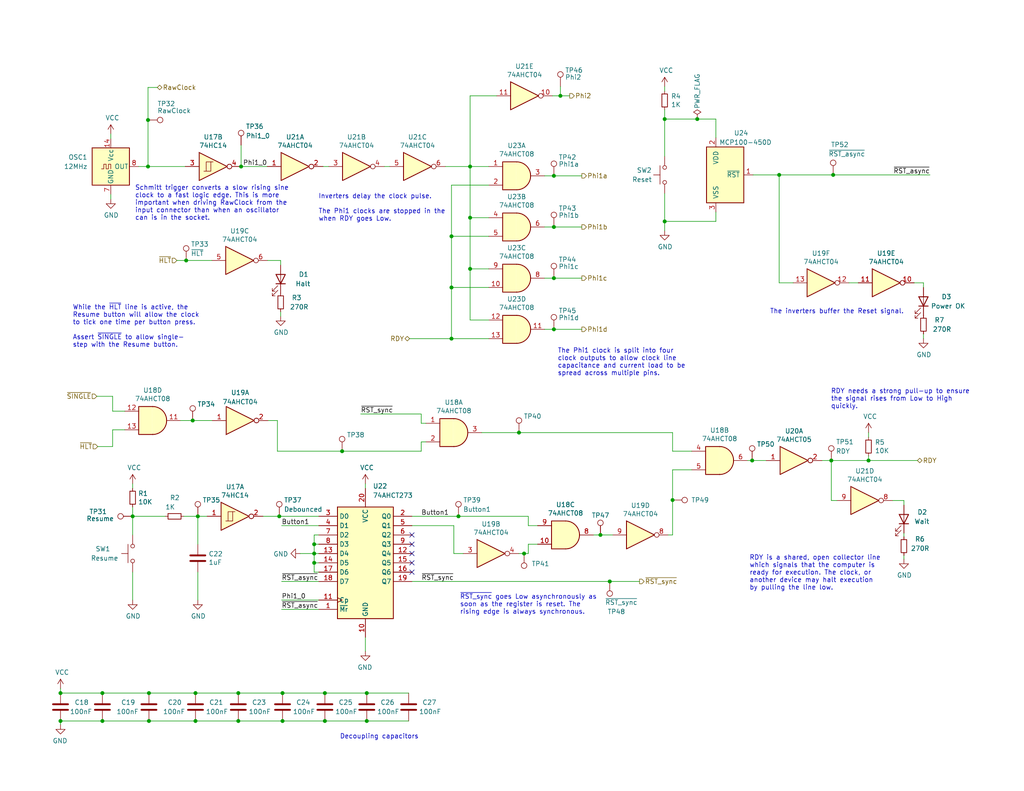
<source format=kicad_sch>
(kicad_sch (version 20230121) (generator eeschema)
  (paper "USLetter")
  (title_block (title "Turtle16: Clock") (date "2022-09-25") (rev "C"))
  (junction (at 36.83 285.242))
  (junction (at 77.089 196.85))
  (junction (at 152.908 26.162))
  (junction (at 16.51 196.85))
  (junction (at 76.2 140.97))
  (junction (at 100.076 189.23))
  (junction (at 72.39 262.382))
  (junction (at 36.83 259.842))
  (junction (at 88.646 189.23))
  (junction (at 151.13 75.946))
  (junction (at 16.51 189.23))
  (junction (at 36.83 272.542))
  (junction (at 52.578 114.808))
  (junction (at 205.232 125.73))
  (junction (at 128.27 45.466))
  (junction (at 85.725 153.67))
  (junction (at 181.356 60.452))
  (junction (at 151.13 48.006))
  (junction (at 236.982 125.73))
  (junction (at 65.024 189.23))
  (junction (at 85.725 151.13))
  (junction (at 123.19 92.456))
  (junction (at 151.13 89.916))
  (junction (at 72.39 289.052))
  (junction (at 72.39 249.682))
  (junction (at 40.386 32.766))
  (junction (at 166.37 158.75))
  (junction (at 183.515 136.525))
  (junction (at 65.786 45.466))
  (junction (at 125.095 140.97))
  (junction (at 53.975 140.97))
  (junction (at 36.195 140.97))
  (junction (at 128.27 59.436))
  (junction (at 53.34 189.23))
  (junction (at 77.089 189.23))
  (junction (at 27.94 196.85))
  (junction (at 40.386 45.466))
  (junction (at 151.13 61.976))
  (junction (at 212.598 47.752))
  (junction (at 27.94 189.23))
  (junction (at 53.34 196.85))
  (junction (at 128.27 73.406))
  (junction (at 152.4 284.734))
  (junction (at 190.246 32.512))
  (junction (at 40.64 196.85))
  (junction (at 181.356 32.512))
  (junction (at 143.002 151.13))
  (junction (at 123.19 78.486))
  (junction (at 85.725 148.59))
  (junction (at 141.605 118.11))
  (junction (at 36.83 247.142))
  (junction (at 100.076 196.85))
  (junction (at 50.8 71.12))
  (junction (at 72.39 276.352))
  (junction (at 88.646 196.85))
  (junction (at 227.33 47.752))
  (junction (at 65.024 196.85))
  (junction (at 226.822 125.73))
  (junction (at 163.83 146.05))
  (junction (at 72.39 236.982))
  (junction (at 123.19 64.516))
  (junction (at 93.345 123.19))
  (junction (at 40.64 189.23))
  (no_connect (at 53.34 272.542))
  (no_connect (at 53.34 247.142))
  (no_connect (at 87.63 276.352))
  (no_connect (at 112.395 148.59))
  (no_connect (at 112.395 146.05))
  (no_connect (at 112.395 156.21))
  (no_connect (at 112.395 153.67))
  (no_connect (at 53.34 285.242))
  (no_connect (at 169.418 284.734))
  (no_connect (at 87.63 249.682))
  (no_connect (at 87.63 236.982))
  (no_connect (at 87.63 289.052))
  (no_connect (at 87.63 262.382))
  (no_connect (at 53.34 259.842))
  (no_connect (at 112.395 151.13))
  (wire (pts (xy 152.4 318.262) (xy 152.4 322.072)))
  (wire (pts (xy 151.13 89.916) (xy 158.75 89.916)))
  (wire (pts (xy 161.925 146.05) (xy 163.83 146.05)))
  (wire (pts (xy 86.995 153.67) (xy 85.725 153.67)))
  (wire (pts (xy 77.089 196.85) (xy 88.646 196.85)))
  (wire (pts (xy 76.835 158.75) (xy 86.995 158.75)))
  (wire (pts (xy 224.282 125.73) (xy 226.822 125.73)))
  (wire (pts (xy 49.276 114.808) (xy 52.578 114.808)))
  (wire (pts (xy 228.346 136.652) (xy 226.822 136.652)))
  (wire (pts (xy 65.024 196.85) (xy 77.089 196.85)))
  (wire (pts (xy 121.539 45.466) (xy 128.27 45.466)))
  (wire (pts (xy 86.995 143.51) (xy 76.835 143.51)))
  (wire (pts (xy 128.27 73.406) (xy 128.27 59.436)))
  (wire (pts (xy 123.19 78.486) (xy 123.19 92.456)))
  (wire (pts (xy 195.326 57.912) (xy 195.326 60.452)))
  (wire (pts (xy 88.646 196.85) (xy 100.076 196.85)))
  (wire (pts (xy 72.39 276.352) (xy 72.39 289.052)))
  (wire (pts (xy 93.345 123.19) (xy 114.935 123.19)))
  (wire (pts (xy 30.734 117.348) (xy 30.734 121.92)))
  (wire (pts (xy 226.822 125.73) (xy 226.822 136.652)))
  (wire (pts (xy 227.33 47.752) (xy 253.746 47.752)))
  (wire (pts (xy 36.83 285.242) (xy 36.83 294.132)))
  (wire (pts (xy 30.734 121.92) (xy 26.67 121.92)))
  (wire (pts (xy 88.138 45.466) (xy 89.662 45.466)))
  (wire (pts (xy 86.995 146.05) (xy 85.725 146.05)))
  (wire (pts (xy 53.34 189.23) (xy 40.64 189.23)))
  (wire (pts (xy 30.734 108.204) (xy 26.416 108.204)))
  (wire (pts (xy 40.386 45.466) (xy 50.546 45.466)))
  (wire (pts (xy 181.356 60.452) (xy 195.326 60.452)))
  (wire (pts (xy 151.13 61.976) (xy 158.75 61.976)))
  (wire (pts (xy 123.19 78.486) (xy 133.35 78.486)))
  (wire (pts (xy 72.39 226.822) (xy 72.39 236.982)))
  (wire (pts (xy 76.581 85.09) (xy 76.581 86.36)))
  (wire (pts (xy 123.19 92.456) (xy 133.35 92.456)))
  (wire (pts (xy 50.8 71.12) (xy 57.785 71.12)))
  (wire (pts (xy 52.578 114.808) (xy 57.912 114.808)))
  (wire (pts (xy 99.695 132.08) (xy 99.695 133.35)))
  (wire (pts (xy 128.27 59.436) (xy 128.27 45.466)))
  (wire (pts (xy 123.19 64.516) (xy 133.35 64.516)))
  (wire (pts (xy 183.515 118.11) (xy 183.515 123.19)))
  (wire (pts (xy 148.59 48.006) (xy 151.13 48.006)))
  (wire (pts (xy 251.968 77.216) (xy 251.968 78.486)))
  (wire (pts (xy 232.41 319.532) (xy 232.41 320.802)))
  (wire (pts (xy 98.425 113.03) (xy 114.935 113.03)))
  (wire (pts (xy 34.036 117.348) (xy 30.734 117.348)))
  (wire (pts (xy 72.39 289.052) (xy 72.39 294.132)))
  (wire (pts (xy 251.968 91.186) (xy 251.968 92.456)))
  (wire (pts (xy 190.246 32.512) (xy 195.326 32.512)))
  (wire (pts (xy 65.786 45.466) (xy 72.898 45.466)))
  (wire (pts (xy 123.825 143.51) (xy 123.825 151.13)))
  (wire (pts (xy 163.83 146.05) (xy 167.132 146.05)))
  (wire (pts (xy 183.515 146.05) (xy 183.515 136.525)))
  (wire (pts (xy 73.025 71.12) (xy 76.581 71.12)))
  (wire (pts (xy 63.5 310.642) (xy 63.5 311.912)))
  (wire (pts (xy 111.76 318.262) (xy 111.76 322.072)))
  (wire (pts (xy 88.646 189.23) (xy 77.089 189.23)))
  (wire (pts (xy 36.83 236.982) (xy 36.83 247.142)))
  (wire (pts (xy 85.725 148.59) (xy 85.725 151.13)))
  (wire (pts (xy 144.145 140.97) (xy 144.145 143.51)))
  (wire (pts (xy 85.725 153.67) (xy 85.725 156.21)))
  (wire (pts (xy 152.4 272.415) (xy 152.4 284.734)))
  (wire (pts (xy 128.27 26.162) (xy 135.509 26.162)))
  (wire (pts (xy 36.195 156.21) (xy 36.195 163.83)))
  (wire (pts (xy 144.145 148.59) (xy 146.685 148.59)))
  (wire (pts (xy 193.294 319.532) (xy 193.294 320.802)))
  (wire (pts (xy 65.786 39.624) (xy 65.786 45.466)))
  (wire (pts (xy 40.64 196.85) (xy 53.34 196.85)))
  (wire (pts (xy 234.188 77.216) (xy 231.648 77.216)))
  (wire (pts (xy 50.165 140.97) (xy 53.975 140.97)))
  (wire (pts (xy 53.975 140.97) (xy 56.515 140.97)))
  (wire (pts (xy 195.326 32.512) (xy 195.326 37.592)))
  (wire (pts (xy 76.835 166.37) (xy 86.995 166.37)))
  (wire (pts (xy 104.902 45.466) (xy 106.299 45.466)))
  (wire (pts (xy 246.634 151.638) (xy 246.634 152.654)))
  (wire (pts (xy 205.232 125.73) (xy 209.042 125.73)))
  (wire (pts (xy 86.995 140.97) (xy 76.2 140.97)))
  (wire (pts (xy 38.1 259.842) (xy 36.83 259.842)))
  (wire (pts (xy 236.982 118.11) (xy 236.982 119.38)))
  (wire (pts (xy 183.515 128.27) (xy 188.722 128.27)))
  (wire (pts (xy 72.39 262.382) (xy 72.39 276.352)))
  (wire (pts (xy 112.395 143.51) (xy 123.825 143.51)))
  (wire (pts (xy 128.27 26.162) (xy 128.27 45.466)))
  (wire (pts (xy 85.725 156.21) (xy 86.995 156.21)))
  (wire (pts (xy 232.283 291.846) (xy 232.41 294.132)))
  (wire (pts (xy 36.83 259.842) (xy 36.83 272.542)))
  (wire (pts (xy 152.908 26.162) (xy 155.448 26.162)))
  (wire (pts (xy 86.995 163.83) (xy 76.835 163.83)))
  (wire (pts (xy 72.39 319.532) (xy 72.39 323.342)))
  (wire (pts (xy 193.294 292.1) (xy 193.294 294.132)))
  (wire (pts (xy 152.4 284.734) (xy 152.4 292.862)))
  (wire (pts (xy 75.692 123.19) (xy 93.345 123.19)))
  (wire (pts (xy 133.35 73.406) (xy 128.27 73.406)))
  (wire (pts (xy 40.64 189.23) (xy 27.94 189.23)))
  (wire (pts (xy 141.605 151.13) (xy 143.002 151.13)))
  (wire (pts (xy 30.226 53.086) (xy 30.226 54.356)))
  (wire (pts (xy 34.036 112.268) (xy 30.734 112.268)))
  (wire (pts (xy 36.83 247.142) (xy 36.83 259.842)))
  (wire (pts (xy 133.35 59.436) (xy 128.27 59.436)))
  (wire (pts (xy 86.995 151.13) (xy 85.725 151.13)))
  (wire (pts (xy 16.51 196.85) (xy 16.51 197.866)))
  (wire (pts (xy 144.145 151.13) (xy 144.145 148.59)))
  (wire (pts (xy 148.59 89.916) (xy 151.13 89.916)))
  (wire (pts (xy 181.356 52.832) (xy 181.356 60.452)))
  (wire (pts (xy 114.935 115.57) (xy 116.205 115.57)))
  (wire (pts (xy 144.145 143.51) (xy 146.685 143.51)))
  (wire (pts (xy 212.598 47.752) (xy 227.33 47.752)))
  (wire (pts (xy 148.59 61.976) (xy 151.13 61.976)))
  (wire (pts (xy 123.19 50.546) (xy 123.19 64.516)))
  (wire (pts (xy 123.19 64.516) (xy 123.19 78.486)))
  (wire (pts (xy 27.94 189.23) (xy 16.51 189.23)))
  (wire (pts (xy 111.76 92.456) (xy 123.19 92.456)))
  (wire (pts (xy 203.962 125.73) (xy 205.232 125.73)))
  (wire (pts (xy 114.935 113.03) (xy 114.935 115.57)))
  (wire (pts (xy 212.598 47.752) (xy 212.598 77.216)))
  (wire (pts (xy 30.734 112.268) (xy 30.734 108.204)))
  (wire (pts (xy 183.515 123.19) (xy 188.722 123.19)))
  (wire (pts (xy 38.1 285.242) (xy 36.83 285.242)))
  (wire (pts (xy 112.395 140.97) (xy 125.095 140.97)))
  (wire (pts (xy 183.515 136.525) (xy 183.515 128.27)))
  (wire (pts (xy 36.195 138.43) (xy 36.195 140.97)))
  (wire (pts (xy 36.83 319.532) (xy 36.83 323.342)))
  (wire (pts (xy 152.908 23.622) (xy 152.908 26.162)))
  (wire (pts (xy 143.002 151.13) (xy 144.145 151.13)))
  (wire (pts (xy 16.51 189.23) (xy 16.51 187.96)))
  (wire (pts (xy 148.59 75.946) (xy 151.13 75.946)))
  (wire (pts (xy 112.395 158.75) (xy 166.37 158.75)))
  (wire (pts (xy 123.825 151.13) (xy 126.365 151.13)))
  (wire (pts (xy 38.1 247.142) (xy 36.83 247.142)))
  (wire (pts (xy 181.356 29.972) (xy 181.356 32.512)))
  (wire (pts (xy 131.445 118.11) (xy 141.605 118.11)))
  (wire (pts (xy 100.076 189.23) (xy 111.506 189.23)))
  (wire (pts (xy 151.13 75.946) (xy 158.75 75.946)))
  (wire (pts (xy 181.356 32.512) (xy 190.246 32.512)))
  (wire (pts (xy 53.975 156.21) (xy 53.975 163.83)))
  (wire (pts (xy 150.749 26.162) (xy 152.908 26.162)))
  (wire (pts (xy 37.846 45.466) (xy 40.386 45.466)))
  (wire (pts (xy 73.152 114.808) (xy 75.692 114.808)))
  (wire (pts (xy 251.968 77.216) (xy 249.428 77.216)))
  (wire (pts (xy 205.486 47.752) (xy 212.598 47.752)))
  (wire (pts (xy 72.39 236.982) (xy 72.39 249.682)))
  (wire (pts (xy 85.725 151.13) (xy 81.915 151.13)))
  (wire (pts (xy 40.386 32.766) (xy 40.386 45.466)))
  (wire (pts (xy 100.076 189.23) (xy 88.646 189.23)))
  (wire (pts (xy 226.822 125.73) (xy 236.982 125.73)))
  (wire (pts (xy 76.2 140.97) (xy 71.755 140.97)))
  (wire (pts (xy 151.13 48.006) (xy 158.75 48.006)))
  (wire (pts (xy 236.982 125.73) (xy 250.317 125.73)))
  (wire (pts (xy 85.725 146.05) (xy 85.725 148.59)))
  (wire (pts (xy 53.34 189.23) (xy 65.024 189.23)))
  (wire (pts (xy 40.386 23.876) (xy 40.386 32.766)))
  (wire (pts (xy 63.5 301.752) (xy 63.5 303.022)))
  (wire (pts (xy 152.4 284.734) (xy 154.178 284.734)))
  (wire (pts (xy 100.076 196.85) (xy 111.506 196.85)))
  (wire (pts (xy 125.095 140.97) (xy 144.145 140.97)))
  (wire (pts (xy 99.695 173.99) (xy 99.695 177.8)))
  (wire (pts (xy 76.581 71.12) (xy 76.581 72.39)))
  (wire (pts (xy 181.356 32.512) (xy 181.356 42.672)))
  (wire (pts (xy 128.27 73.406) (xy 128.27 87.376)))
  (wire (pts (xy 128.27 45.466) (xy 133.35 45.466)))
  (wire (pts (xy 77.089 189.23) (xy 65.024 189.23)))
  (wire (pts (xy 53.975 148.59) (xy 53.975 140.97)))
  (wire (pts (xy 53.34 196.85) (xy 65.024 196.85)))
  (wire (pts (xy 133.35 50.546) (xy 123.19 50.546)))
  (wire (pts (xy 114.935 120.65) (xy 116.205 120.65)))
  (wire (pts (xy 246.634 145.542) (xy 246.634 146.558)))
  (wire (pts (xy 181.356 60.452) (xy 181.356 62.992)))
  (wire (pts (xy 128.27 87.376) (xy 133.35 87.376)))
  (wire (pts (xy 236.982 124.46) (xy 236.982 125.73)))
  (wire (pts (xy 86.995 148.59) (xy 85.725 148.59)))
  (wire (pts (xy 27.94 196.85) (xy 40.64 196.85)))
  (wire (pts (xy 181.356 23.622) (xy 181.356 24.892)))
  (wire (pts (xy 111.76 290.322) (xy 111.76 292.862)))
  (wire (pts (xy 38.1 272.542) (xy 36.83 272.542)))
  (wire (pts (xy 45.085 140.97) (xy 36.195 140.97)))
  (wire (pts (xy 36.195 140.97) (xy 36.195 146.05)))
  (wire (pts (xy 16.51 196.85) (xy 27.94 196.85)))
  (wire (pts (xy 48.26 71.12) (xy 50.8 71.12)))
  (wire (pts (xy 72.39 249.682) (xy 72.39 262.382)))
  (wire (pts (xy 42.926 23.876) (xy 40.386 23.876)))
  (wire (pts (xy 212.598 77.216) (xy 216.408 77.216)))
  (wire (pts (xy 36.195 132.08) (xy 36.195 133.35)))
  (wire (pts (xy 85.725 151.13) (xy 85.725 153.67)))
  (wire (pts (xy 75.692 114.808) (xy 75.692 123.19)))
  (wire (pts (xy 36.83 272.542) (xy 36.83 285.242)))
  (wire (pts (xy 246.634 136.652) (xy 246.634 137.922)))
  (wire (pts (xy 182.372 146.05) (xy 183.515 146.05)))
  (wire (pts (xy 141.605 118.11) (xy 183.515 118.11)))
  (wire (pts (xy 114.935 123.19) (xy 114.935 120.65)))
  (wire (pts (xy 243.586 136.652) (xy 246.634 136.652)))
  (wire (pts (xy 174.498 158.75) (xy 166.37 158.75)))
  (wire (pts (xy 30.226 36.576) (xy 30.226 37.846)))
  (text "~{RST_sync} goes Low asynchronously as\nsoon as the register is reset. The\nrising edge is always synchronous." (at 125.476 167.894 0) (effects (font (size 1.27 1.27)) (justify left bottom)))
  (text "RDY is a shared, open collector line\nwhich signals that the computer is\nready for execution. The clock, or\nanother device may halt execution\nby pulling the line low." (at 204.47 161.29 0) (effects (font (size 1.27 1.27)) (justify left bottom)))
  (text "Inverters delay the clock pulse.\n\nThe Phi1 clocks are stopped in the\nwhen RDY goes Low." (at 86.868 60.579 0) (effects (font (size 1.27 1.27)) (justify left bottom)))
  (text "The inverters buffer the Reset signal." (at 210.058 85.852 0) (effects (font (size 1.27 1.27)) (justify left bottom)))
  (text "RDY needs a strong pull-up to ensure\nthe signal rises from Low to High\nquickly." (at 226.695 111.76 0) (effects (font (size 1.27 1.27)) (justify left bottom)))
  (text "The Phi1 clock is split into four\nclock outputs to allow clock line\ncapacitance and current load to be\nspread across multiple pins." (at 152.146 102.743 0) (effects (font (size 1.27 1.27)) (justify left bottom)))
  (text "Schmitt trigger converts a slow rising sine\nclock to a fast logic edge. This is more\nimportant when driving RawClock from the\ninput connector than when an oscillator\ncan is in the socket." (at 36.83 60.325 0) (effects (font (size 1.27 1.27)) (justify left bottom)))
  (text "Unused devices" (at 99.695 254.127 0) (effects (font (size 1.27 1.27)) (justify left bottom)))
  (text "While the ~{HLT} line is active, the\nResume button will allow the clock\nto tick one time per button press.\n\nAssert ~{SINGLE} to allow single-\nstep with the Resume button." (at 19.812 94.996 0) (effects (font (size 1.27 1.27)) (justify left bottom)))
  (text "Decoupling capacitors" (at 92.71 201.93 0) (effects (font (size 1.27 1.27)) (justify left bottom)))
  (label "~{RST_async}" (at 76.835 158.75 0))
  (label "~{RST_sync}" (at 98.425 113.03 0))
  (label "~{RST_async}" (at 253.746 47.752 180))
  (label "Button1" (at 76.835 143.51 0))
  (label "~{RST_sync}" (at 123.825 158.75 180))
  (label "~{RST_async}" (at 76.835 166.37 0))
  (label "Phi1_0" (at 72.898 45.466 180))
  (label "Button1" (at 114.935 140.97 0))
  (label "Phi1_0" (at 76.835 163.83 0))
  (hierarchical_label "Phi1d" (shape output) (at 158.75 89.916 0))
  (hierarchical_label "~{HLT}" (shape input) (at 48.26 71.12 180))
  (hierarchical_label "Phi1a" (shape output) (at 158.75 48.006 0))
  (hierarchical_label "Phi1b" (shape output) (at 158.75 61.976 0))
  (hierarchical_label "RDY" (shape tri_state) (at 250.317 125.73 0))
  (hierarchical_label "~{RST_sync}" (shape output) (at 174.498 158.75 0))
  (hierarchical_label "RawClock" (shape bidirectional) (at 42.926 23.876 0))
  (hierarchical_label "Phi1c" (shape output) (at 158.75 75.946 0))
  (hierarchical_label "~{SINGLE}" (shape input) (at 26.416 108.204 180))
  (hierarchical_label "~{HLT}" (shape input) (at 26.67 121.92 180))
  (hierarchical_label "RDY" (shape tri_state) (at 111.76 92.456 180))
  (hierarchical_label "Phi2" (shape output) (at 155.448 26.162 0))
  (symbol (lib_id "Device:C") (at 53.34 193.04 0) (mirror y) (unit 1)
    (property "Reference" "C21" (at 60.96 191.77 0) (effects (justify left)))
    (property "Value" "100nF" (at 62.23 194.31 0) (effects (justify left)))
    (property "Footprint" "Capacitor_SMD:C_0603_1608Metric_Pad1.08x0.95mm_HandSolder" (effects hide))
    (property "Mouser" "https://www.mouser.com/ProductDetail/963-EMK107B7104KAHT" (effects hide))
  )
  (symbol (lib_id "74xx:74LS08") (at 154.305 146.05 0) (unit 3)
    (property "Reference" "U18" (at 154.305 137.795 0))
    (property "Value" "74AHCT08" (at 154.305 140.1064 0))
    (property "Footprint" "Package_SO:TSSOP-14_4.4x5mm_P0.65mm" (effects hide))
    (property "Datasheet" "http://www.ti.com/lit/gpn/sn74LS08" (effects hide))
    (property "Mouser" "https://www.mouser.com/ProductDetail/595-SN74AHCT08PW" (effects hide))
  )
  (symbol (lib_id "power:GND") (at 251.968 92.456 0) (unit 1)
    (property "Reference" "#PWR0107" (effects hide))
    (property "Value" "GND" (at 252.095 96.8502 0))
  )
  (symbol (lib_id "74xx:74LS08") (at 123.825 118.11 0) (unit 1)
    (property "Reference" "U18" (at 123.825 109.855 0))
    (property "Value" "74AHCT08" (at 123.825 112.1664 0))
    (property "Footprint" "Package_SO:TSSOP-14_4.4x5mm_P0.65mm" (effects hide))
    (property "Datasheet" "http://www.ti.com/lit/gpn/sn74LS08" (effects hide))
    (property "Mouser" "https://www.mouser.com/ProductDetail/595-SN74AHCT08PW" (effects hide))
  )
  (symbol (lib_id "Connector:TestPoint") (at 36.195 140.97 90) (unit 1)
    (property "Reference" "TP31" (at 29.21 139.7 90) (effects (justify left)))
    (property "Value" "Resume" (at 31.115 141.605 90) (effects (justify left)))
    (property "Footprint" "TestPoint:TestPoint_Pad_D1.0mm" (effects hide))
  )
  (symbol (lib_id "power:GND") (at 36.195 163.83 0) (unit 1)
    (property "Reference" "#PWR083" (effects hide))
    (property "Value" "GND" (at 36.322 168.2242 0))
  )
  (symbol (lib_id "Device:C") (at 27.94 193.04 0) (unit 1)
    (property "Reference" "C19" (at 33.02 191.77 0) (effects (justify left)))
    (property "Value" "100nF" (at 31.75 194.31 0) (effects (justify left)))
    (property "Footprint" "Capacitor_SMD:C_0603_1608Metric_Pad1.08x0.95mm_HandSolder" (effects hide))
    (property "Mouser" "https://www.mouser.com/ProductDetail/963-EMK107B7104KAHT" (effects hide))
  )
  (symbol (lib_id "Device:C") (at 65.024 193.04 0) (mirror y) (unit 1)
    (property "Reference" "C23" (at 72.644 191.77 0) (effects (justify left)))
    (property "Value" "100nF" (at 73.914 194.31 0) (effects (justify left)))
    (property "Footprint" "Capacitor_SMD:C_0603_1608Metric_Pad1.08x0.95mm_HandSolder" (effects hide))
    (property "Mouser" "https://www.mouser.com/ProductDetail/963-EMK107B7104KAHT" (effects hide))
  )
  (symbol (lib_id "power:VCC") (at 63.5 301.752 0) (unit 1)
    (property "Reference" "#PWR087" (effects hide))
    (property "Value" "VCC" (at 63.9318 297.3578 0))
  )
  (symbol (lib_id "74xx:74LS04") (at 80.518 45.466 0) (unit 1)
    (property "Reference" "U21" (at 80.518 37.4142 0))
    (property "Value" "74AHCT04" (at 80.518 39.7256 0))
    (property "Footprint" "Package_SO:TSSOP-14_4.4x5mm_P0.65mm" (effects hide))
    (property "Datasheet" "http://www.ti.com/lit/gpn/sn74LS04" (effects hide))
    (property "Mouser" "https://www.mouser.com/ProductDetail/771-AHCT04PW112" (effects hide))
  )
  (symbol (lib_id "Oscillator:ACO-xxxMHz") (at 30.226 45.466 0) (unit 1)
    (property "Reference" "OSC1" (at 23.876 42.926 0) (effects (justify right)))
    (property "Value" "12MHz" (at 23.876 45.466 0) (effects (justify right)))
    (property "Footprint" "Oscillator:Oscillator_DIP-14" (effects hide))
    (property "Datasheet" "http://www.conwin.com/datasheets/cx/cx030.pdf" (effects hide))
    (property "Mouser" "https://www.mouser.com/ProductDetail/ABRACON/ACO-12000MHZ-EK?qs=2xLVn2jvFuvTNNmW6JUIaw%3D%3D" (effects hide))
    (property "Mouser2" "https://www.mouser.com/ProductDetail/535-1107741" (effects hide))
  )
  (symbol (lib_id "74xx:74HC14") (at 58.166 45.466 0) (unit 2)
    (property "Reference" "U17" (at 58.166 37.4142 0))
    (property "Value" "74HC14" (at 58.166 39.7256 0))
    (property "Footprint" "Package_SO:TSSOP-14_4.4x5mm_P0.65mm" (effects hide))
    (property "Datasheet" "http://www.ti.com/lit/gpn/sn74HC14" (effects hide))
    (property "Mouser" "https://www.mouser.com/ProductDetail/Nexperia/74HC14PW118?qs=P62ublwmbi%2FKty8FZICmNg%3D%3D" (effects hide))
  )
  (symbol (lib_id "Connector:TestPoint") (at 50.8 71.12 0) (unit 1)
    (property "Reference" "TP33" (at 52.07 66.675 0) (effects (justify left)))
    (property "Value" "~{HLT}" (at 52.07 69.215 0) (effects (justify left)))
    (property "Footprint" "TestPoint:TestPoint_Pad_D1.0mm" (effects hide))
  )
  (symbol (lib_id "74xx:74LS08") (at 140.97 75.946 0) (unit 3)
    (property "Reference" "U23" (at 140.97 67.691 0))
    (property "Value" "74AHCT08" (at 140.97 70.0024 0))
    (property "Footprint" "Package_SO:TSSOP-14_4.4x5mm_P0.65mm" (effects hide))
    (property "Datasheet" "http://www.ti.com/lit/gpn/sn74LS08" (effects hide))
    (property "Mouser" "https://www.mouser.com/ProductDetail/595-SN74AHCT08PW" (effects hide))
  )
  (symbol (lib_id "Power_Supervisor:MCP100-450D") (at 197.866 47.752 0) (unit 1)
    (property "Reference" "U24" (at 204.216 36.322 0) (effects (justify right)))
    (property "Value" "MCP100-450D" (at 210.566 38.862 0) (effects (justify right)))
    (property "Footprint" "Package_TO_SOT_THT:TO-92" (effects hide))
    (property "Datasheet" "http://ww1.microchip.com/downloads/en/DeviceDoc/11187f.pdf" (effects hide))
    (property "Mouser" "https://www.mouser.com/ProductDetail/Microchip-Technology/MCP100-450DI-TO?qs=wJ05WdDZ4qSqHToh7J2ZpQ%3D%3D" (effects hide))
  )
  (symbol (lib_id "Connector:TestPoint") (at 141.605 118.11 0) (unit 1)
    (property "Reference" "TP40" (at 142.875 113.665 0) (effects (justify left)))
    (property "Value" "TP" (effects hide))
    (property "Footprint" "TestPoint:TestPoint_Pad_D1.0mm" (effects hide))
  )
  (symbol (lib_id "74xx:74LS08") (at 41.656 114.808 0) (unit 4)
    (property "Reference" "U18" (at 41.656 106.553 0))
    (property "Value" "74AHCT08" (at 41.656 108.8644 0))
    (property "Footprint" "Package_SO:TSSOP-14_4.4x5mm_P0.65mm" (effects hide))
    (property "Datasheet" "http://www.ti.com/lit/gpn/sn74LS08" (effects hide))
    (property "Mouser" "https://www.mouser.com/ProductDetail/595-SN74AHCT08PW" (effects hide))
  )
  (symbol (lib_id "Connector:TestPoint") (at 125.095 140.97 0) (unit 1)
    (property "Reference" "TP39" (at 126.365 136.525 0) (effects (justify left)))
    (property "Value" "Button1" (at 126.365 139.065 0) (effects (justify left)))
    (property "Footprint" "TestPoint:TestPoint_Pad_D1.0mm" (effects hide))
  )
  (symbol (lib_id "74xx:74LS04") (at 152.4 305.562 0) (unit 7)
    (property "Reference" "U21" (at 163.83 303.022 0))
    (property "Value" "74AHCT04" (at 163.83 305.562 0))
    (property "Footprint" "Package_SO:TSSOP-14_4.4x5mm_P0.65mm" (effects hide))
    (property "Datasheet" "http://www.ti.com/lit/gpn/sn74LS04" (effects hide))
    (property "Mouser" "https://www.mouser.com/ProductDetail/771-AHCT04PW112" (effects hide))
  )
  (symbol (lib_id "Device:R_Small") (at 251.968 88.646 0) (mirror y) (unit 1)
    (property "Reference" "R7" (at 257.683 87.376 0) (effects (justify left)))
    (property "Value" "270R" (at 259.588 89.916 0) (effects (justify left)))
    (property "Footprint" "Resistor_SMD:R_0603_1608Metric_Pad0.98x0.95mm_HandSolder" (effects hide))
    (property "Mouser" "https://www.mouser.com/ProductDetail/652-CR0603FX-2200ELF" (effects hide))
  )
  (symbol (lib_id "Connector:TestPoint") (at 227.33 47.752 0) (unit 1)
    (property "Reference" "TP52" (at 226.695 39.497 0) (effects (justify left)))
    (property "Value" "~{RST_async}" (at 226.06 42.037 0) (effects (justify left)))
    (property "Footprint" "TestPoint:TestPoint_Pad_D1.0mm" (effects hide))
  )
  (symbol (lib_id "74xx:74HC14") (at 36.83 306.832 0) (unit 7)
    (property "Reference" "U17" (at 42.672 305.6636 0) (effects (justify left)))
    (property "Value" "74HC14" (at 42.672 307.975 0) (effects (justify left)))
    (property "Footprint" "Package_SO:TSSOP-14_4.4x5mm_P0.65mm" (effects hide))
    (property "Datasheet" "http://www.ti.com/lit/gpn/sn74HC14" (effects hide))
    (property "Mouser" "https://www.mouser.com/ProductDetail/Nexperia/74HC14PW118?qs=P62ublwmbi%2FKty8FZICmNg%3D%3D" (effects hide))
  )
  (symbol (lib_id "74xx:74LS04") (at 235.966 136.652 0) (unit 4)
    (property "Reference" "U21" (at 235.966 128.6002 0))
    (property "Value" "74AHCT04" (at 235.966 130.9116 0))
    (property "Footprint" "Package_SO:TSSOP-14_4.4x5mm_P0.65mm" (effects hide))
    (property "Datasheet" "http://www.ti.com/lit/gpn/sn74LS04" (effects hide))
    (property "Mouser" "https://www.mouser.com/ProductDetail/771-AHCT04PW112" (effects hide))
  )
  (symbol (lib_id "74xx:74LS05") (at 80.01 236.982 0) (unit 2)
    (property "Reference" "U20" (at 80.01 228.9302 0))
    (property "Value" "74AHCT05" (at 80.01 231.2416 0))
    (property "Footprint" "Package_SO:TSSOP-14_4.4x5mm_P0.65mm" (effects hide))
    (property "Datasheet" "http://www.ti.com/lit/gpn/sn74LS05" (effects hide))
    (property "Mouser" "https://www.mouser.com/ProductDetail/ON-Semiconductor-Fairchild/MM74HCT05MTC?qs=7qg%2FUSZkK84HVNk73cLWQw%3D%3D" (effects hide))
  )
  (symbol (lib_id "Connector:TestPoint") (at 205.232 125.73 0) (unit 1)
    (property "Reference" "TP50" (at 206.502 121.285 0) (effects (justify left)))
    (property "Value" "TP" (effects hide))
    (property "Footprint" "TestPoint:TestPoint_Pad_D1.0mm" (effects hide))
  )
  (symbol (lib_id "Connector:TestPoint") (at 183.515 136.525 270) (unit 1)
    (property "Reference" "TP49" (at 188.595 136.525 90) (effects (justify left)))
    (property "Value" "TP" (effects hide))
    (property "Footprint" "TestPoint:TestPoint_Pad_D1.0mm" (effects hide))
  )
  (symbol (lib_id "power:GND") (at 63.5 311.912 0) (unit 1)
    (property "Reference" "#PWR088" (effects hide))
    (property "Value" "GND" (at 63.627 316.3062 0))
  )
  (symbol (lib_id "Connector:TestPoint") (at 166.37 158.75 0) (mirror x) (unit 1)
    (property "Reference" "TP48" (at 165.735 167.005 0) (effects (justify left)))
    (property "Value" "~{RST_sync}" (at 165.1 164.465 0) (effects (justify left)))
    (property "Footprint" "TestPoint:TestPoint_Pad_D1.0mm" (effects hide))
  )
  (symbol (lib_id "power:VCC") (at 111.76 290.322 0) (unit 1)
    (property "Reference" "#PWR095" (effects hide))
    (property "Value" "VCC" (at 112.1918 285.9278 0))
  )
  (symbol (lib_id "Connector:TestPoint") (at 53.975 140.97 0) (unit 1)
    (property "Reference" "TP35" (at 55.245 136.525 0) (effects (justify left)))
    (property "Value" "TP" (effects hide))
    (property "Footprint" "TestPoint:TestPoint_Pad_D1.0mm" (effects hide))
  )
  (symbol (lib_id "74xx:74LS08") (at 196.342 125.73 0) (unit 2)
    (property "Reference" "U18" (at 196.342 117.475 0))
    (property "Value" "74AHCT08" (at 196.342 119.7864 0))
    (property "Footprint" "Package_SO:TSSOP-14_4.4x5mm_P0.65mm" (effects hide))
    (property "Datasheet" "http://www.ti.com/lit/gpn/sn74LS08" (effects hide))
    (property "Mouser" "https://www.mouser.com/ProductDetail/595-SN74AHCT08PW" (effects hide))
  )
  (symbol (lib_id "power:GND") (at 36.83 323.342 0) (mirror y) (unit 1)
    (property "Reference" "#PWR085" (effects hide))
    (property "Value" "GND" (at 36.703 327.7362 0))
  )
  (symbol (lib_id "Device:C") (at 111.506 193.04 0) (mirror y) (unit 1)
    (property "Reference" "C27" (at 119.126 191.77 0) (effects (justify left)))
    (property "Value" "100nF" (at 120.396 194.31 0) (effects (justify left)))
    (property "Footprint" "Capacitor_SMD:C_0603_1608Metric_Pad1.08x0.95mm_HandSolder" (effects hide))
    (property "Mouser" "https://www.mouser.com/ProductDetail/963-EMK107B7104KAHT" (effects hide))
  )
  (symbol (lib_id "Device:R_Small") (at 236.982 121.92 0) (unit 1)
    (property "Reference" "R5" (at 238.7092 120.7516 0) (effects (justify left)))
    (property "Value" "10K" (at 238.7092 123.063 0) (effects (justify left)))
    (property "Footprint" "Resistor_SMD:R_0603_1608Metric_Pad0.98x0.95mm_HandSolder" (effects hide))
    (property "Mouser" "https://www.mouser.com/ProductDetail/652-CR0603FX-1001ELF" (effects hide))
  )
  (symbol (lib_id "power:VCC") (at 152.4 272.415 0) (unit 1)
    (property "Reference" "#PWR097" (effects hide))
    (property "Value" "VCC" (at 152.8318 268.0208 0))
  )
  (symbol (lib_id "Device:C") (at 88.646 193.04 0) (mirror y) (unit 1)
    (property "Reference" "C25" (at 96.266 191.77 0) (effects (justify left)))
    (property "Value" "100nF" (at 97.536 194.31 0) (effects (justify left)))
    (property "Footprint" "Capacitor_SMD:C_0603_1608Metric_Pad1.08x0.95mm_HandSolder" (effects hide))
    (property "Mouser" "https://www.mouser.com/ProductDetail/963-EMK107B7104KAHT" (effects hide))
  )
  (symbol (lib_id "power:GND") (at 152.4 322.072 0) (mirror y) (unit 1)
    (property "Reference" "#PWR098" (effects hide))
    (property "Value" "GND" (at 152.273 326.4662 0))
  )
  (symbol (lib_id "Connector:TestPoint") (at 93.345 123.19 0) (unit 1)
    (property "Reference" "TP38" (at 94.615 118.745 0) (effects (justify left)))
    (property "Value" "HLT" (effects hide))
    (property "Footprint" "TestPoint:TestPoint_Pad_D1.0mm" (effects hide))
  )
  (symbol (lib_id "74xx:74LS08") (at 193.294 306.832 0) (unit 5)
    (property "Reference" "U18" (at 199.644 305.562 0) (effects (justify left)))
    (property "Value" "74AHCT08" (at 199.644 308.102 0) (effects (justify left)))
    (property "Footprint" "Package_SO:TSSOP-14_4.4x5mm_P0.65mm" (effects hide))
    (property "Datasheet" "http://www.ti.com/lit/gpn/sn74LS08" (effects hide))
    (property "Mouser" "https://www.mouser.com/ProductDetail/595-SN74AHCT08PW" (effects hide))
  )
  (symbol (lib_id "power:VCC") (at 99.695 132.08 0) (unit 1)
    (property "Reference" "#PWR093" (effects hide))
    (property "Value" "VCC" (at 100.1268 127.6858 0))
  )
  (symbol (lib_id "74xx:74LS04") (at 232.41 306.832 0) (unit 7)
    (property "Reference" "U19" (at 241.3 305.562 0))
    (property "Value" "74AHCT04" (at 243.84 308.102 0))
    (property "Footprint" "Package_SO:TSSOP-14_4.4x5mm_P0.65mm" (effects hide))
    (property "Datasheet" "http://www.ti.com/lit/gpn/sn74LS04" (effects hide))
    (property "Mouser" "https://www.mouser.com/ProductDetail/771-AHCT04PW112" (effects hide))
  )
  (symbol (lib_id "Device:C") (at 100.076 193.04 0) (mirror y) (unit 1)
    (property "Reference" "C26" (at 107.696 191.77 0) (effects (justify left)))
    (property "Value" "100nF" (at 108.966 194.31 0) (effects (justify left)))
    (property "Footprint" "Capacitor_SMD:C_0603_1608Metric_Pad1.08x0.95mm_HandSolder" (effects hide))
    (property "Mouser" "https://www.mouser.com/ProductDetail/963-EMK107B7104KAHT" (effects hide))
  )
  (symbol (lib_id "74xx:74LS05") (at 216.662 125.73 0) (unit 1)
    (property "Reference" "U20" (at 216.662 117.6782 0))
    (property "Value" "74AHCT05" (at 216.662 119.9896 0))
    (property "Footprint" "Package_SO:TSSOP-14_4.4x5mm_P0.65mm" (effects hide))
    (property "Datasheet" "http://www.ti.com/lit/gpn/sn74LS05" (effects hide))
    (property "Mouser" "https://www.mouser.com/ProductDetail/ON-Semiconductor-Fairchild/MM74HCT05MTC?qs=7qg%2FUSZkK84HVNk73cLWQw%3D%3D" (effects hide))
  )
  (symbol (lib_id "Device:R_Small") (at 47.625 140.97 270) (unit 1)
    (property "Reference" "R2" (at 46.355 135.89 90) (effects (justify left)))
    (property "Value" "1K" (at 45.085 138.43 90) (effects (justify left)))
    (property "Footprint" "Resistor_SMD:R_0603_1608Metric_Pad0.98x0.95mm_HandSolder" (effects hide))
    (property "Mouser" "https://www.mouser.com/ProductDetail/652-CR0603FX-1001ELF" (effects hide))
  )
  (symbol (lib_id "Connector:TestPoint") (at 151.13 61.976 0) (unit 1)
    (property "Reference" "TP43" (at 152.4 56.896 0) (effects (justify left)))
    (property "Value" "Phi1b" (at 152.4 58.801 0) (effects (justify left)))
    (property "Footprint" "TestPoint:TestPoint_Pad_D1.0mm" (effects hide))
  )
  (symbol (lib_id "power:GND") (at 53.975 163.83 0) (unit 1)
    (property "Reference" "#PWR086" (effects hide))
    (property "Value" "GND" (at 54.102 168.2242 0))
  )
  (symbol (lib_id "power:GND") (at 76.581 86.36 0) (unit 1)
    (property "Reference" "#PWR091" (effects hide))
    (property "Value" "GND" (at 76.708 90.7542 0))
  )
  (symbol (lib_id "Connector:TestPoint") (at 151.13 48.006 0) (unit 1)
    (property "Reference" "TP42" (at 152.4 42.926 0) (effects (justify left)))
    (property "Value" "Phi1a" (at 152.4 44.831 0) (effects (justify left)))
    (property "Footprint" "TestPoint:TestPoint_Pad_D1.0mm" (effects hide))
  )
  (symbol (lib_id "74xx:74LS08") (at 140.97 61.976 0) (unit 2)
    (property "Reference" "U23" (at 140.97 53.721 0))
    (property "Value" "74AHCT08" (at 140.97 56.0324 0))
    (property "Footprint" "Package_SO:TSSOP-14_4.4x5mm_P0.65mm" (effects hide))
    (property "Datasheet" "http://www.ti.com/lit/gpn/sn74LS08" (effects hide))
    (property "Mouser" "https://www.mouser.com/ProductDetail/595-SN74AHCT08PW" (effects hide))
  )
  (symbol (lib_id "74xx:74HC14") (at 64.135 140.97 0) (unit 1)
    (property "Reference" "U17" (at 64.135 132.9182 0))
    (property "Value" "74HC14" (at 64.135 135.2296 0))
    (property "Footprint" "Package_SO:TSSOP-14_4.4x5mm_P0.65mm" (effects hide))
    (property "Datasheet" "http://www.ti.com/lit/gpn/sn74HC14" (effects hide))
    (property "Mouser" "https://www.mouser.com/ProductDetail/Nexperia/74HC14PW118?qs=P62ublwmbi%2FKty8FZICmNg%3D%3D" (effects hide))
  )
  (symbol (lib_id "Device:R_Small") (at 76.581 82.55 0) (mirror y) (unit 1)
    (property "Reference" "R3" (at 82.296 81.28 0) (effects (justify left)))
    (property "Value" "270R" (at 84.201 83.82 0) (effects (justify left)))
    (property "Footprint" "Resistor_SMD:R_0603_1608Metric_Pad0.98x0.95mm_HandSolder" (effects hide))
    (property "Mouser" "https://www.mouser.com/ProductDetail/652-CR0603FX-2200ELF" (effects hide))
  )
  (symbol (lib_id "Connector:TestPoint") (at 76.2 140.97 0) (unit 1)
    (property "Reference" "TP37" (at 77.47 136.525 0) (effects (justify left)))
    (property "Value" "Debounced" (at 77.47 139.065 0) (effects (justify left)))
    (property "Footprint" "TestPoint:TestPoint_Pad_D1.0mm" (effects hide))
  )
  (symbol (lib_id "74xx:74LS04") (at 113.919 45.466 0) (unit 3)
    (property "Reference" "U21" (at 113.919 37.4142 0))
    (property "Value" "74AHCT04" (at 113.919 39.7256 0))
    (property "Footprint" "Package_SO:TSSOP-14_4.4x5mm_P0.65mm" (effects hide))
    (property "Datasheet" "http://www.ti.com/lit/gpn/sn74LS04" (effects hide))
    (property "Mouser" "https://www.mouser.com/ProductDetail/771-AHCT04PW112" (effects hide))
  )
  (symbol (lib_id "power:GND") (at 181.356 62.992 0) (unit 1)
    (property "Reference" "#PWR0100" (effects hide))
    (property "Value" "GND" (at 181.483 67.3862 0))
  )
  (symbol (lib_id "Device:C") (at 40.64 193.04 0) (unit 1)
    (property "Reference" "C20" (at 45.72 191.77 0) (effects (justify left)))
    (property "Value" "100nF" (at 44.45 194.31 0) (effects (justify left)))
    (property "Footprint" "Capacitor_SMD:C_0603_1608Metric_Pad1.08x0.95mm_HandSolder" (effects hide))
    (property "Mouser" "https://www.mouser.com/ProductDetail/963-EMK107B7104KAHT" (effects hide))
  )
  (symbol (lib_id "Device:R_Small") (at 246.634 149.098 0) (mirror y) (unit 1)
    (property "Reference" "R6" (at 252.349 147.193 0) (effects (justify left)))
    (property "Value" "270R" (at 253.619 149.733 0) (effects (justify left)))
    (property "Footprint" "Resistor_SMD:R_0603_1608Metric_Pad0.98x0.95mm_HandSolder" (effects hide))
    (property "Mouser" "https://www.mouser.com/ProductDetail/652-CR0603FX-2200ELF" (effects hide))
  )
  (symbol (lib_id "Device:R_Small") (at 36.195 135.89 0) (unit 1)
    (property "Reference" "R1" (at 37.6936 134.7216 0) (effects (justify left)))
    (property "Value" "10K" (at 37.6936 137.033 0) (effects (justify left)))
    (property "Footprint" "Resistor_SMD:R_0603_1608Metric_Pad0.98x0.95mm_HandSolder" (effects hide))
    (property "Mouser" "https://www.mouser.com/ProductDetail/652-CR0603FX-1002ELF" (effects hide))
  )
  (symbol (lib_id "power:VCC") (at 181.356 23.622 0) (unit 1)
    (property "Reference" "#PWR099" (effects hide))
    (property "Value" "VCC" (at 181.7878 19.2278 0))
  )
  (symbol (lib_id "74xx:74LS05") (at 72.39 306.832 0) (unit 7)
    (property "Reference" "U20" (at 78.232 305.6636 0) (effects (justify left)))
    (property "Value" "74AHCT05" (at 78.232 307.975 0) (effects (justify left)))
    (property "Footprint" "Package_SO:TSSOP-14_4.4x5mm_P0.65mm" (effects hide))
    (property "Datasheet" "http://www.ti.com/lit/gpn/sn74LS05" (effects hide))
    (property "Mouser" "https://www.mouser.com/ProductDetail/ON-Semiconductor-Fairchild/MM74HCT05MTC?qs=7qg%2FUSZkK84HVNk73cLWQw%3D%3D" (effects hide))
  )
  (symbol (lib_id "power:GND") (at 232.41 320.802 0) (mirror y) (unit 1)
    (property "Reference" "#PWR0104" (effects hide))
    (property "Value" "GND" (at 232.283 325.1962 0))
  )
  (symbol (lib_id "74xx:74LS04") (at 133.985 151.13 0) (unit 2)
    (property "Reference" "U19" (at 133.985 143.0782 0))
    (property "Value" "74AHCT04" (at 133.985 145.3896 0))
    (property "Footprint" "Package_SO:TSSOP-14_4.4x5mm_P0.65mm" (effects hide))
    (property "Datasheet" "http://www.ti.com/lit/gpn/sn74LS04" (effects hide))
    (property "Mouser" "https://www.mouser.com/ProductDetail/771-AHCT04PW112" (effects hide))
  )
  (symbol (lib_id "74xx:74LS04") (at 65.532 114.808 0) (mirror x) (unit 1)
    (property "Reference" "U19" (at 65.532 107.188 0))
    (property "Value" "74AHCT04" (at 65.532 109.728 0))
    (property "Footprint" "Package_SO:TSSOP-14_4.4x5mm_P0.65mm" (effects hide))
    (property "Datasheet" "http://www.ti.com/lit/gpn/sn74LS04" (effects hide))
    (property "Mouser" "https://www.mouser.com/ProductDetail/771-AHCT04PW112" (effects hide))
  )
  (symbol (lib_id "Switch:SW_Push") (at 181.356 47.752 90) (unit 1)
    (property "Reference" "SW2" (at 173.736 46.482 90) (effects (justify right)))
    (property "Value" "Reset" (at 172.466 49.022 90) (effects (justify right)))
    (property "Footprint" "Button_Switch_THT:SW_PUSH_6mm_H5mm" (effects hide))
  )
  (symbol (lib_id "74xx:74LS05") (at 80.01 276.352 0) (unit 5)
    (property "Reference" "U20" (at 80.01 268.3002 0))
    (property "Value" "74AHCT05" (at 80.01 270.6116 0))
    (property "Footprint" "Package_SO:TSSOP-14_4.4x5mm_P0.65mm" (effects hide))
    (property "Datasheet" "http://www.ti.com/lit/gpn/sn74LS05" (effects hide))
    (property "Mouser" "https://www.mouser.com/ProductDetail/ON-Semiconductor-Fairchild/MM74HCT05MTC?qs=7qg%2FUSZkK84HVNk73cLWQw%3D%3D" (effects hide))
  )
  (symbol (lib_id "74xx:74LS08") (at 140.97 89.916 0) (unit 4)
    (property "Reference" "U23" (at 140.97 81.661 0))
    (property "Value" "74AHCT08" (at 140.97 83.9724 0))
    (property "Footprint" "Package_SO:TSSOP-14_4.4x5mm_P0.65mm" (effects hide))
    (property "Datasheet" "http://www.ti.com/lit/gpn/sn74LS08" (effects hide))
    (property "Mouser" "https://www.mouser.com/ProductDetail/595-SN74AHCT08PW" (effects hide))
  )
  (symbol (lib_id "74xx:74LS04") (at 161.798 284.734 0) (unit 6)
    (property "Reference" "U21" (at 161.798 276.6822 0))
    (property "Value" "74AHCT04" (at 161.798 278.9936 0))
    (property "Footprint" "Package_SO:TSSOP-14_4.4x5mm_P0.65mm" (effects hide))
    (property "Datasheet" "http://www.ti.com/lit/gpn/sn74LS04" (effects hide))
    (property "Mouser" "https://www.mouser.com/ProductDetail/771-AHCT04PW112" (effects hide))
  )
  (symbol (lib_id "74xx:74HC14") (at 45.72 247.142 0) (unit 3)
    (property "Reference" "U17" (at 45.72 239.0902 0))
    (property "Value" "74HC14" (at 45.72 241.4016 0))
    (property "Footprint" "Package_SO:TSSOP-14_4.4x5mm_P0.65mm" (effects hide))
    (property "Datasheet" "http://www.ti.com/lit/gpn/sn74HC14" (effects hide))
    (property "Mouser" "https://www.mouser.com/ProductDetail/Nexperia/74HC14PW118?qs=P62ublwmbi%2FKty8FZICmNg%3D%3D" (effects hide))
  )
  (symbol (lib_id "power:VCC") (at 193.294 292.1 0) (unit 1)
    (property "Reference" "#PWR0101" (effects hide))
    (property "Value" "VCC" (at 193.7258 287.7058 0))
  )
  (symbol (lib_id "power:GND") (at 72.39 323.342 0) (mirror y) (unit 1)
    (property "Reference" "#PWR090" (effects hide))
    (property "Value" "GND" (at 72.263 327.7362 0))
  )
  (symbol (lib_id "power:VCC") (at 36.83 236.982 0) (unit 1)
    (property "Reference" "#PWR084" (effects hide))
    (property "Value" "VCC" (at 37.2618 232.5878 0))
  )
  (symbol (lib_id "power:PWR_FLAG") (at 190.246 32.512 0) (unit 1)
    (property "Reference" "#FLG03" (effects hide))
    (property "Value" "PWR_FLAG" (at 190.246 24.892 90))
  )
  (symbol (lib_id "74xx:74LS04") (at 174.752 146.05 0) (unit 4)
    (property "Reference" "U19" (at 174.752 137.9982 0))
    (property "Value" "74AHCT04" (at 174.752 140.3096 0))
    (property "Footprint" "Package_SO:TSSOP-14_4.4x5mm_P0.65mm" (effects hide))
    (property "Datasheet" "http://www.ti.com/lit/gpn/sn74LS04" (effects hide))
    (property "Mouser" "https://www.mouser.com/ProductDetail/771-AHCT04PW112" (effects hide))
  )
  (symbol (lib_id "power:VCC") (at 236.982 118.11 0) (unit 1)
    (property "Reference" "#PWR0105" (effects hide))
    (property "Value" "VCC" (at 237.4138 113.7158 0))
  )
  (symbol (lib_id "Device:LED") (at 246.634 141.732 270) (mirror x) (unit 1)
    (property "Reference" "D2" (at 252.984 139.827 90) (effects (justify right)))
    (property "Value" "Wait" (at 253.619 142.367 90) (effects (justify right)))
    (property "Footprint" "LED_SMD:LED_0805_2012Metric" (effects hide))
  )
  (symbol (lib_id "74xx:74LS05") (at 80.01 249.682 0) (unit 3)
    (property "Reference" "U20" (at 80.01 241.6302 0))
    (property "Value" "74AHCT05" (at 80.01 243.9416 0))
    (property "Footprint" "Package_SO:TSSOP-14_4.4x5mm_P0.65mm" (effects hide))
    (property "Datasheet" "http://www.ti.com/lit/gpn/sn74LS05" (effects hide))
    (property "Mouser" "https://www.mouser.com/ProductDetail/ON-Semiconductor-Fairchild/MM74HCT05MTC?qs=7qg%2FUSZkK84HVNk73cLWQw%3D%3D" (effects hide))
  )
  (symbol (lib_id "Switch:SW_Push") (at 36.195 151.13 90) (unit 1)
    (property "Reference" "SW1" (at 26.035 149.86 90) (effects (justify right)))
    (property "Value" "Resume" (at 24.765 152.4 90) (effects (justify right)))
    (property "Footprint" "Button_Switch_THT:SW_PUSH_6mm_H5mm" (effects hide))
  )
  (symbol (lib_id "Device:LED") (at 76.581 76.2 270) (mirror x) (unit 1)
    (property "Reference" "D1" (at 84.201 74.93 90) (effects (justify right)))
    (property "Value" "Halt" (at 84.709 77.47 90) (effects (justify right)))
    (property "Footprint" "LED_SMD:LED_0805_2012Metric" (effects hide))
  )
  (symbol (lib_id "74xx:74LS08") (at 111.76 305.562 0) (unit 5)
    (property "Reference" "U23" (at 117.602 304.3936 0) (effects (justify left)))
    (property "Value" "74AHCT08" (at 117.602 306.705 0) (effects (justify left)))
    (property "Footprint" "Package_SO:TSSOP-14_4.4x5mm_P0.65mm" (effects hide))
    (property "Datasheet" "http://www.ti.com/lit/gpn/sn74LS08" (effects hide))
    (property "Mouser" "https://www.mouser.com/ProductDetail/595-SN74AHCT08PW" (effects hide))
  )
  (symbol (lib_id "Device:C") (at 53.975 152.4 0) (unit 1)
    (property "Reference" "C22" (at 56.896 151.2316 0) (effects (justify left)))
    (property "Value" "1uF" (at 56.896 153.543 0) (effects (justify left)))
    (property "Footprint" "Capacitor_SMD:C_0603_1608Metric_Pad1.08x0.95mm_HandSolder" (effects hide))
    (property "Mouser" "https://www.mouser.com/ProductDetail/Samsung-Electro-Mechanics/CL10A105KA8NFNC?qs=%252B6g0mu59x7ItvV%2F7DV9Lig%3D%3D" (effects hide))
  )
  (symbol (lib_id "74xx:74HC14") (at 45.72 259.842 0) (unit 4)
    (property "Reference" "U17" (at 45.72 251.7902 0))
    (property "Value" "74HC14" (at 45.72 254.1016 0))
    (property "Footprint" "Package_SO:TSSOP-14_4.4x5mm_P0.65mm" (effects hide))
    (property "Datasheet" "http://www.ti.com/lit/gpn/sn74HC14" (effects hide))
    (property "Mouser" "https://www.mouser.com/ProductDetail/Nexperia/74HC14PW118?qs=P62ublwmbi%2FKty8FZICmNg%3D%3D" (effects hide))
  )
  (symbol (lib_id "Connector:TestPoint") (at 151.13 89.916 0) (unit 1)
    (property "Reference" "TP45" (at 152.4 84.836 0) (effects (justify left)))
    (property "Value" "Phi1d" (at 152.4 86.741 0) (effects (justify left)))
    (property "Footprint" "TestPoint:TestPoint_Pad_D1.0mm" (effects hide))
  )
  (symbol (lib_id "74xx:74LS04") (at 97.282 45.466 0) (unit 2)
    (property "Reference" "U21" (at 97.282 37.4142 0))
    (property "Value" "74AHCT04" (at 97.282 39.7256 0))
    (property "Footprint" "Package_SO:TSSOP-14_4.4x5mm_P0.65mm" (effects hide))
    (property "Datasheet" "http://www.ti.com/lit/gpn/sn74LS04" (effects hide))
    (property "Mouser" "https://www.mouser.com/ProductDetail/771-AHCT04PW112" (effects hide))
  )
  (symbol (lib_id "Connector:TestPoint") (at 65.786 39.624 0) (unit 1)
    (property "Reference" "TP36" (at 67.056 34.544 0) (effects (justify left)))
    (property "Value" "Phi1_0" (at 67.056 37.084 0) (effects (justify left)))
    (property "Footprint" "TestPoint:TestPoint_Pad_D1.0mm" (effects hide))
  )
  (symbol (lib_id "power:GND") (at 111.76 322.072 0) (mirror y) (unit 1)
    (property "Reference" "#PWR096" (effects hide))
    (property "Value" "GND" (at 111.633 326.4662 0))
  )
  (symbol (lib_id "Device:C") (at 16.51 193.04 0) (unit 1)
    (property "Reference" "C18" (at 20.32 191.77 0) (effects (justify left)))
    (property "Value" "100nF" (at 19.05 194.31 0) (effects (justify left)))
    (property "Footprint" "Capacitor_SMD:C_0603_1608Metric_Pad1.08x0.95mm_HandSolder" (effects hide))
    (property "Mouser" "https://www.mouser.com/ProductDetail/963-EMK107B7104KAHT" (effects hide))
  )
  (symbol (lib_id "74xx:74LS04") (at 65.405 71.12 0) (unit 3)
    (property "Reference" "U19" (at 65.405 63.0682 0))
    (property "Value" "74AHCT04" (at 65.405 65.3796 0))
    (property "Footprint" "Package_SO:TSSOP-14_4.4x5mm_P0.65mm" (effects hide))
    (property "Datasheet" "http://www.ti.com/lit/gpn/sn74LS04" (effects hide))
    (property "Mouser" "https://www.mouser.com/ProductDetail/771-AHCT04PW112" (effects hide))
  )
  (symbol (lib_id "74xx:74LS05") (at 80.01 289.052 0) (unit 6)
    (property "Reference" "U20" (at 80.01 281.0002 0))
    (property "Value" "74AHCT05" (at 80.01 283.3116 0))
    (property "Footprint" "Package_SO:TSSOP-14_4.4x5mm_P0.65mm" (effects hide))
    (property "Datasheet" "http://www.ti.com/lit/gpn/sn74LS05" (effects hide))
    (property "Mouser" "https://www.mouser.com/ProductDetail/ON-Semiconductor-Fairchild/MM74HCT05MTC?qs=7qg%2FUSZkK84HVNk73cLWQw%3D%3D" (effects hide))
  )
  (symbol (lib_id "74xx:74HC14") (at 45.72 285.242 0) (unit 6)
    (property "Reference" "U17" (at 45.72 277.1902 0))
    (property "Value" "74HC14" (at 45.72 279.5016 0))
    (property "Footprint" "Package_SO:TSSOP-14_4.4x5mm_P0.65mm" (effects hide))
    (property "Datasheet" "http://www.ti.com/lit/gpn/sn74HC14" (effects hide))
    (property "Mouser" "https://www.mouser.com/ProductDetail/Nexperia/74HC14PW118?qs=P62ublwmbi%2FKty8FZICmNg%3D%3D" (effects hide))
  )
  (symbol (lib_id "power:GND") (at 99.695 177.8 0) (mirror y) (unit 1)
    (property "Reference" "#PWR094" (effects hide))
    (property "Value" "GND" (at 99.568 182.1942 0))
  )
  (symbol (lib_id "74xx:74LS04") (at 143.129 26.162 0) (unit 5)
    (property "Reference" "U21" (at 143.129 18.1102 0))
    (property "Value" "74AHCT04" (at 143.129 20.4216 0))
    (property "Footprint" "Package_SO:TSSOP-14_4.4x5mm_P0.65mm" (effects hide))
    (property "Datasheet" "http://www.ti.com/lit/gpn/sn74LS04" (effects hide))
    (property "Mouser" "https://www.mouser.com/ProductDetail/771-AHCT04PW112" (effects hide))
  )
  (symbol (lib_id "Device:C") (at 77.089 193.04 0) (mirror y) (unit 1)
    (property "Reference" "C24" (at 84.709 191.77 0) (effects (justify left)))
    (property "Value" "100nF" (at 85.979 194.31 0) (effects (justify left)))
    (property "Footprint" "Capacitor_SMD:C_0603_1608Metric_Pad1.08x0.95mm_HandSolder" (effects hide))
    (property "Mouser" "https://www.mouser.com/ProductDetail/963-EMK107B7104KAHT" (effects hide))
  )
  (symbol (lib_id "power:VCC") (at 72.39 226.822 0) (unit 1)
    (property "Reference" "#PWR089" (effects hide))
    (property "Value" "VCC" (at 72.8218 222.4278 0))
  )
  (symbol (lib_id "power:GND") (at 30.226 54.356 0) (unit 1)
    (property "Reference" "#PWR081" (effects hide))
    (property "Value" "GND" (at 30.353 58.7502 0))
  )
  (symbol (lib_id "power:VCC") (at 36.195 132.08 0) (unit 1)
    (property "Reference" "#PWR082" (effects hide))
    (property "Value" "VCC" (at 36.6268 127.6858 0))
  )
  (symbol (lib_id "power:GND") (at 81.915 151.13 270) (unit 1)
    (property "Reference" "#PWR092" (effects hide))
    (property "Value" "GND" (at 78.6638 151.257 90) (effects (justify right)))
  )
  (symbol (lib_id "74xx:74LS04") (at 241.808 77.216 0) (unit 5)
    (property "Reference" "U19" (at 241.808 69.1642 0))
    (property "Value" "74AHCT04" (at 241.808 71.4756 0))
    (property "Footprint" "Package_SO:TSSOP-14_4.4x5mm_P0.65mm" (effects hide))
    (property "Datasheet" "http://www.ti.com/lit/gpn/sn74LS04" (effects hide))
    (property "Mouser" "https://www.mouser.com/ProductDetail/771-AHCT04PW112" (effects hide))
  )
  (symbol (lib_id "Connector:TestPoint") (at 226.822 125.73 0) (unit 1)
    (property "Reference" "TP51" (at 228.092 120.65 0) (effects (justify left)))
    (property "Value" "RDY" (at 228.092 123.19 0) (effects (justify left)))
    (property "Footprint" "TestPoint:TestPoint_Pad_D1.0mm" (effects hide))
  )
  (symbol (lib_id "Device:R_Small") (at 181.356 27.432 0) (unit 1)
    (property "Reference" "R4" (at 183.0832 26.2636 0) (effects (justify left)))
    (property "Value" "1K" (at 183.0832 28.575 0) (effects (justify left)))
    (property "Footprint" "Resistor_SMD:R_0603_1608Metric_Pad0.98x0.95mm_HandSolder" (effects hide))
    (property "Mouser" "https://www.mouser.com/ProductDetail/652-CR0603FX-1001ELF" (effects hide))
  )
  (symbol (lib_id "Connector:TestPoint") (at 40.386 32.766 270) (mirror x) (unit 1)
    (property "Reference" "TP32" (at 42.926 28.321 90) (effects (justify left)))
    (property "Value" "RawClock" (at 42.926 30.226 90) (effects (justify left)))
    (property "Footprint" "TestPoint:TestPoint_Pad_D1.0mm" (effects hide))
  )
  (symbol (lib_id "74xx:74HC14") (at 45.72 272.542 0) (unit 5)
    (property "Reference" "U17" (at 45.72 264.4902 0))
    (property "Value" "74HC14" (at 45.72 266.8016 0))
    (property "Footprint" "Package_SO:TSSOP-14_4.4x5mm_P0.65mm" (effects hide))
    (property "Datasheet" "http://www.ti.com/lit/gpn/sn74HC14" (effects hide))
    (property "Mouser" "https://www.mouser.com/ProductDetail/Nexperia/74HC14PW118?qs=P62ublwmbi%2FKty8FZICmNg%3D%3D" (effects hide))
  )
  (symbol (lib_id "74xx:74HC273") (at 99.695 153.67 0) (unit 1)
    (property "Reference" "U22" (at 101.7144 132.715 0) (effects (justify left)))
    (property "Value" "74AHCT273" (at 101.7144 135.255 0) (effects (justify left)))
    (property "Footprint" "Package_SO:TSSOP-20_4.4x6.5mm_P0.65mm" (effects hide))
    (property "Datasheet" "https://www.mouser.com/datasheet/2/916/74AHC_AHCT273-1597419.pdf" (effects hide))
    (property "Mouser" "https://www.mouser.com/ProductDetail/Nexperia/74AHCT273PW118?qs=P62ublwmbi8gP6vEF3PWfA%3D%3D" (effects hide))
  )
  (symbol (lib_id "Connector:TestPoint") (at 152.908 23.622 0) (unit 1)
    (property "Reference" "TP46" (at 154.178 19.177 0) (effects (justify left)))
    (property "Value" "Phi2" (at 154.178 21.082 0) (effects (justify left)))
    (property "Footprint" "TestPoint:TestPoint_Pad_D1.0mm" (effects hide))
  )
  (symbol (lib_id "power:VCC") (at 232.283 291.846 0) (unit 1)
    (property "Reference" "#PWR0103" (effects hide))
    (property "Value" "VCC" (at 232.7148 287.4518 0))
  )
  (symbol (lib_id "Connector:TestPoint") (at 151.13 75.946 0) (unit 1)
    (property "Reference" "TP44" (at 152.4 70.866 0) (effects (justify left)))
    (property "Value" "Phi1c" (at 152.4 72.771 0) (effects (justify left)))
    (property "Footprint" "TestPoint:TestPoint_Pad_D1.0mm" (effects hide))
  )
  (symbol (lib_id "Connector:TestPoint") (at 163.83 146.05 0) (unit 1)
    (property "Reference" "TP47" (at 161.417 140.716 0) (effects (justify left)))
    (property "Value" "TP" (effects hide))
    (property "Footprint" "TestPoint:TestPoint_Pad_D1.0mm" (effects hide))
  )
  (symbol (lib_id "power:GND") (at 16.51 197.866 0) (mirror y) (unit 1)
    (property "Reference" "#PWR079" (effects hide))
    (property "Value" "GND" (at 16.383 202.2602 0))
  )
  (symbol (lib_id "74xx:74LS08") (at 140.97 48.006 0) (unit 1)
    (property "Reference" "U23" (at 140.97 39.751 0))
    (property "Value" "74AHCT08" (at 140.97 42.0624 0))
    (property "Footprint" "Package_SO:TSSOP-14_4.4x5mm_P0.65mm" (effects hide))
    (property "Datasheet" "http://www.ti.com/lit/gpn/sn74LS08" (effects hide))
    (property "Mouser" "https://www.mouser.com/ProductDetail/595-SN74AHCT08PW" (effects hide))
  )
  (symbol (lib_id "power:VCC") (at 16.51 187.96 0) (unit 1)
    (property "Reference" "#PWR078" (effects hide))
    (property "Value" "VCC" (at 16.9418 183.5658 0))
  )
  (symbol (lib_id "Device:LED") (at 251.968 82.296 270) (mirror x) (unit 1)
    (property "Reference" "D3" (at 259.588 81.026 90) (effects (justify right)))
    (property "Value" "Power OK" (at 263.398 83.566 90) (effects (justify right)))
    (property "Footprint" "LED_SMD:LED_0805_2012Metric" (effects hide))
  )
  (symbol (lib_id "74xx:74LS05") (at 80.01 262.382 0) (unit 4)
    (property "Reference" "U20" (at 80.01 254.3302 0))
    (property "Value" "74AHCT05" (at 80.01 256.6416 0))
    (property "Footprint" "Package_SO:TSSOP-14_4.4x5mm_P0.65mm" (effects hide))
    (property "Datasheet" "http://www.ti.com/lit/gpn/sn74LS05" (effects hide))
    (property "Mouser" "https://www.mouser.com/ProductDetail/ON-Semiconductor-Fairchild/MM74HCT05MTC?qs=7qg%2FUSZkK84HVNk73cLWQw%3D%3D" (effects hide))
  )
  (symbol (lib_id "power:GND") (at 246.634 152.654 0) (unit 1)
    (property "Reference" "#PWR0106" (effects hide))
    (property "Value" "GND" (at 246.761 157.0482 0))
  )
  (symbol (lib_id "Connector:TestPoint") (at 143.002 151.13 0) (mirror x) (unit 1)
    (property "Reference" "TP41" (at 145.034 153.924 0) (effects (justify left)))
    (property "Value" "TP" (effects hide))
    (property "Footprint" "TestPoint:TestPoint_Pad_D1.0mm" (effects hide))
  )
  (symbol (lib_id "power:VCC") (at 30.226 36.576 0) (unit 1)
    (property "Reference" "#PWR080" (effects hide))
    (property "Value" "VCC" (at 30.6578 32.1818 0))
  )
  (symbol (lib_id "power:GND") (at 193.294 320.802 0) (mirror y) (unit 1)
    (property "Reference" "#PWR0102" (effects hide))
    (property "Value" "GND" (at 193.167 325.1962 0))
  )
  (symbol (lib_id "74xx:74LS04") (at 224.028 77.216 0) (unit 6)
    (property "Reference" "U19" (at 224.028 69.1642 0))
    (property "Value" "74AHCT04" (at 224.028 71.4756 0))
    (property "Footprint" "Package_SO:TSSOP-14_4.4x5mm_P0.65mm" (effects hide))
    (property "Datasheet" "http://www.ti.com/lit/gpn/sn74LS04" (effects hide))
    (property "Mouser" "https://www.mouser.com/ProductDetail/771-AHCT04PW112" (effects hide))
  )
  (symbol (lib_id "Connector:TestPoint") (at 52.578 114.808 0) (unit 1)
    (property "Reference" "TP34" (at 53.848 110.363 0) (effects (justify left)))
    (property "Value" "HLT" (effects hide))
    (property "Footprint" "TestPoint:TestPoint_Pad_D1.0mm" (effects hide))
  )
)
</source>
